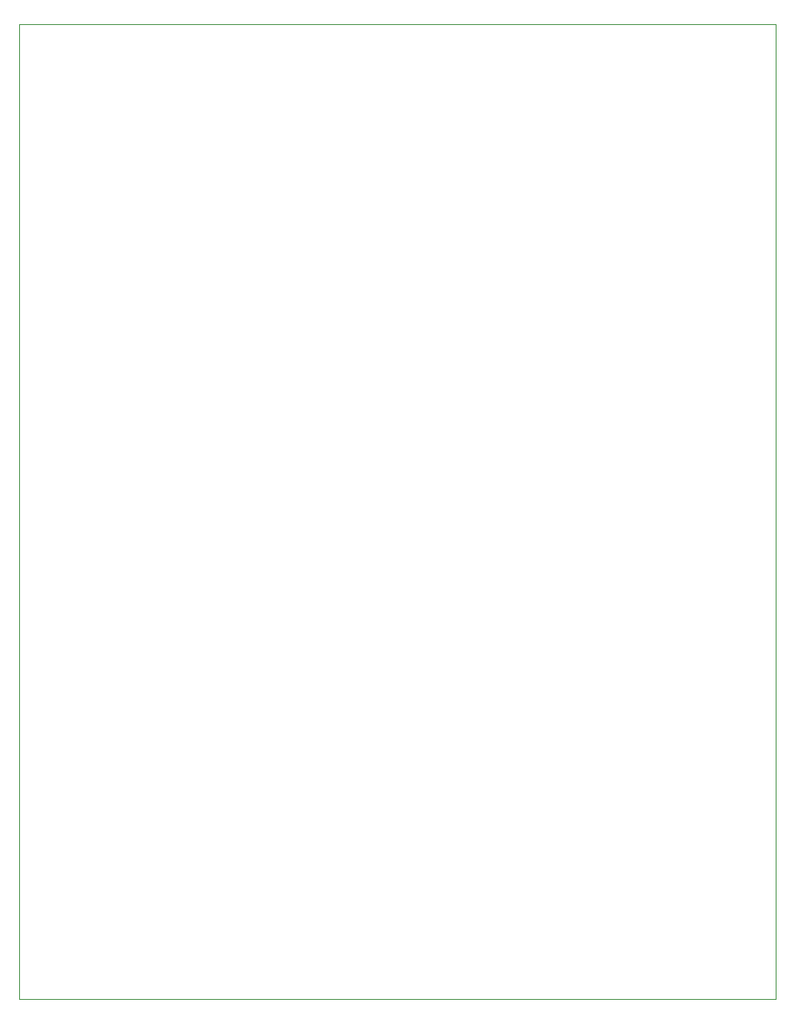
<source format=gm1>
G04 #@! TF.GenerationSoftware,KiCad,Pcbnew,8.0.9-8.0.9-0~ubuntu22.04.1*
G04 #@! TF.CreationDate,2025-07-24T17:31:49+10:00*
G04 #@! TF.ProjectId,UE14500-TTL,55453134-3530-4302-9d54-544c2e6b6963,rev?*
G04 #@! TF.SameCoordinates,Original*
G04 #@! TF.FileFunction,Profile,NP*
%FSLAX46Y46*%
G04 Gerber Fmt 4.6, Leading zero omitted, Abs format (unit mm)*
G04 Created by KiCad (PCBNEW 8.0.9-8.0.9-0~ubuntu22.04.1) date 2025-07-24 17:31:49*
%MOMM*%
%LPD*%
G01*
G04 APERTURE LIST*
G04 #@! TA.AperFunction,Profile*
%ADD10C,0.050000*%
G04 #@! TD*
G04 APERTURE END LIST*
D10*
X87630000Y-48260000D02*
X164465000Y-48260000D01*
X164465000Y-147320000D01*
X87630000Y-147320000D01*
X87630000Y-48260000D01*
M02*

</source>
